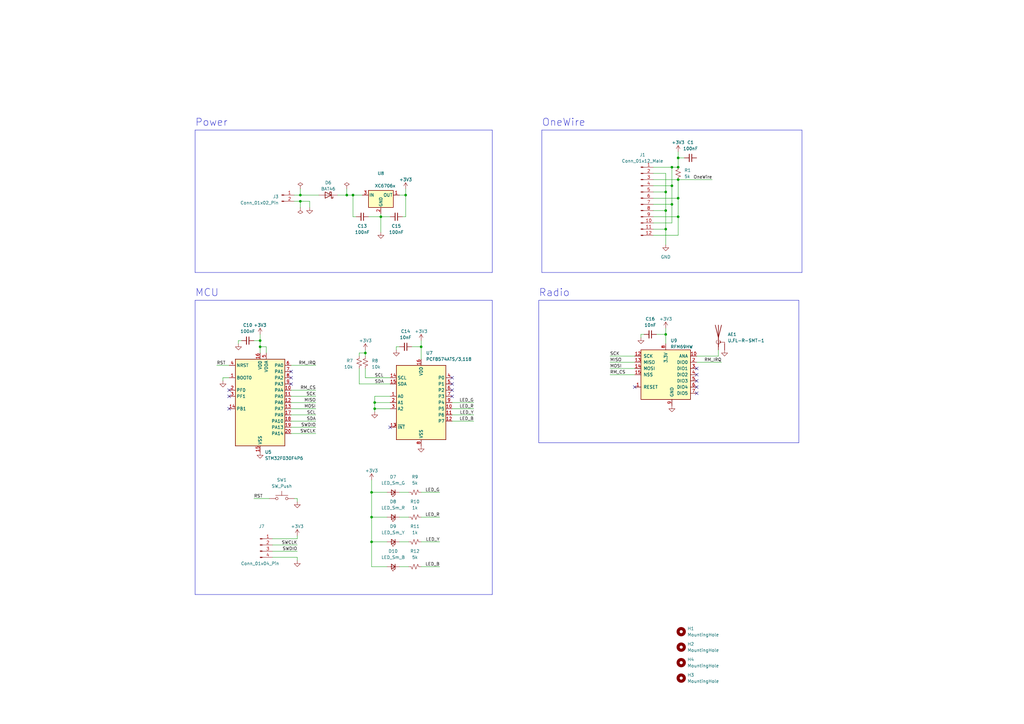
<source format=kicad_sch>
(kicad_sch (version 20230121) (generator eeschema)
  (paper "A3")
  (title_block (title "Greenhouse Node (TS)") (date "2023-04-27") (rev "2") (company "Nick Bolton") (comment 1 "Uses 868MHz RF69 radio module") (comment 2 "Controls an H-bridge with STM32F0xx"))
  (lib_symbols
    (symbol "Connector:Conn_01x02_Pin" (pin_names (offset 1.016) hide)
      (property "Reference" "J" (at 0 2.54 0))
      (property "Value" "Conn_01x02_Pin" (at 0 -5.08 0))
      (symbol "Conn_01x02_Pin_1_1"
        (polyline (pts (xy 1.27 -2.54) (xy 0.8636 -2.54)) (stroke (width 0.1524)))
        (polyline (pts (xy 1.27 0) (xy 0.8636 0)) (stroke (width 0.1524)))
        (rectangle (start 0.8636 -2.413) (end 0 -2.667) (stroke (width 0.1524)) (fill (type outline)))
        (rectangle (start 0.8636 0.127) (end 0 -0.127) (stroke (width 0.1524)) (fill (type outline)))
        (pin passive line (at 5.08 0 180) (length 3.81) (name "Pin_1") (number "1"))
        (pin passive line (at 5.08 -2.54 180) (length 3.81) (name "Pin_2") (number "2"))
      )
    )
    (symbol "Connector:Conn_01x04_Pin" (pin_names (offset 1.016) hide)
      (property "Reference" "J" (at 0 5.08 0))
      (property "Value" "Conn_01x04_Pin" (at 0 -7.62 0))
      (symbol "Conn_01x04_Pin_1_1"
        (polyline (pts (xy 1.27 -5.08) (xy 0.8636 -5.08)) (stroke (width 0.1524)))
        (polyline (pts (xy 1.27 -2.54) (xy 0.8636 -2.54)) (stroke (width 0.1524)))
        (polyline (pts (xy 1.27 0) (xy 0.8636 0)) (stroke (width 0.1524)))
        (polyline (pts (xy 1.27 2.54) (xy 0.8636 2.54)) (stroke (width 0.1524)))
        (rectangle (start 0.8636 -4.953) (end 0 -5.207) (stroke (width 0.1524)) (fill (type outline)))
        (rectangle (start 0.8636 -2.413) (end 0 -2.667) (stroke (width 0.1524)) (fill (type outline)))
        (rectangle (start 0.8636 0.127) (end 0 -0.127) (stroke (width 0.1524)) (fill (type outline)))
        (rectangle (start 0.8636 2.667) (end 0 2.413) (stroke (width 0.1524)) (fill (type outline)))
        (pin passive line (at 5.08 2.54 180) (length 3.81) (name "Pin_1") (number "1"))
        (pin passive line (at 5.08 0 180) (length 3.81) (name "Pin_2") (number "2"))
        (pin passive line (at 5.08 -2.54 180) (length 3.81) (name "Pin_3") (number "3"))
        (pin passive line (at 5.08 -5.08 180) (length 3.81) (name "Pin_4") (number "4"))
      )
    )
    (symbol "Connector:Conn_01x12_Male" (pin_names (offset 1.016) hide)
      (property "Reference" "J" (at 0 15.24 0))
      (property "Value" "Conn_01x12_Male" (at 0 -17.78 0))
      (symbol "Conn_01x12_Male_1_1"
        (polyline (pts (xy 1.27 -15.24) (xy 0.8636 -15.24)) (stroke (width 0.1524)))
        (polyline (pts (xy 1.27 -12.7) (xy 0.8636 -12.7)) (stroke (width 0.1524)))
        (polyline (pts (xy 1.27 -10.16) (xy 0.8636 -10.16)) (stroke (width 0.1524)))
        (polyline (pts (xy 1.27 -7.62) (xy 0.8636 -7.62)) (stroke (width 0.1524)))
        (polyline (pts (xy 1.27 -5.08) (xy 0.8636 -5.08)) (stroke (width 0.1524)))
        (polyline (pts (xy 1.27 -2.54) (xy 0.8636 -2.54)) (stroke (width 0.1524)))
        (polyline (pts (xy 1.27 0) (xy 0.8636 0)) (stroke (width 0.1524)))
        (polyline (pts (xy 1.27 2.54) (xy 0.8636 2.54)) (stroke (width 0.1524)))
        (polyline (pts (xy 1.27 5.08) (xy 0.8636 5.08)) (stroke (width 0.1524)))
        (polyline (pts (xy 1.27 7.62) (xy 0.8636 7.62)) (stroke (width 0.1524)))
        (polyline (pts (xy 1.27 10.16) (xy 0.8636 10.16)) (stroke (width 0.1524)))
        (polyline (pts (xy 1.27 12.7) (xy 0.8636 12.7)) (stroke (width 0.1524)))
        (rectangle (start 0.8636 -15.113) (end 0 -15.367) (stroke (width 0.1524)) (fill (type outline)))
        (rectangle (start 0.8636 -12.573) (end 0 -12.827) (stroke (width 0.1524)) (fill (type outline)))
        (rectangle (start 0.8636 -10.033) (end 0 -10.287) (stroke (width 0.1524)) (fill (type outline)))
        (rectangle (start 0.8636 -7.493) (end 0 -7.747) (stroke (width 0.1524)) (fill (type outline)))
        (rectangle (start 0.8636 -4.953) (end 0 -5.207) (stroke (width 0.1524)) (fill (type outline)))
        (rectangle (start 0.8636 -2.413) (end 0 -2.667) (stroke (width 0.1524)) (fill (type outline)))
        (rectangle (start 0.8636 0.127) (end 0 -0.127) (stroke (width 0.1524)) (fill (type outline)))
        (rectangle (start 0.8636 2.667) (end 0 2.413) (stroke (width 0.1524)) (fill (type outline)))
        (rectangle (start 0.8636 5.207) (end 0 4.953) (stroke (width 0.1524)) (fill (type outline)))
        (rectangle (start 0.8636 7.747) (end 0 7.493) (stroke (width 0.1524)) (fill (type outline)))
        (rectangle (start 0.8636 10.287) (end 0 10.033) (stroke (width 0.1524)) (fill (type outline)))
        (rectangle (start 0.8636 12.827) (end 0 12.573) (stroke (width 0.1524)) (fill (type outline)))
        (pin passive line (at 5.08 12.7 180) (length 3.81) (name "Pin_1") (number "1"))
        (pin passive line (at 5.08 -10.16 180) (length 3.81) (name "Pin_10") (number "10"))
        (pin passive line (at 5.08 -12.7 180) (length 3.81) (name "Pin_11") (number "11"))
        (pin passive line (at 5.08 -15.24 180) (length 3.81) (name "Pin_12") (number "12"))
        (pin passive line (at 5.08 10.16 180) (length 3.81) (name "Pin_2") (number "2"))
        (pin passive line (at 5.08 7.62 180) (length 3.81) (name "Pin_3") (number "3"))
        (pin passive line (at 5.08 5.08 180) (length 3.81) (name "Pin_4") (number "4"))
        (pin passive line (at 5.08 2.54 180) (length 3.81) (name "Pin_5") (number "5"))
        (pin passive line (at 5.08 0 180) (length 3.81) (name "Pin_6") (number "6"))
        (pin passive line (at 5.08 -2.54 180) (length 3.81) (name "Pin_7") (number "7"))
        (pin passive line (at 5.08 -5.08 180) (length 3.81) (name "Pin_8") (number "8"))
        (pin passive line (at 5.08 -7.62 180) (length 3.81) (name "Pin_9") (number "9"))
      )
    )
    (symbol "Device:Antenna_Shield" (pin_numbers hide) (pin_names (offset 1.016) hide)
      (property "Reference" "AE" (at -1.905 4.445 0))
      (property "Value" "Antenna_Shield" (at -1.905 2.54 0))
      (symbol "Antenna_Shield_0_1"
        (arc (start -0.508 -1.143) (mid -0.8429 -2.1194) (end 0 -2.667))
        (arc (start 0 -2.667) (mid 0.7989 -2.1052) (end 0.508 -1.143))
        (polyline (pts (xy 0 -2.54) (xy 0 0)))
        (polyline (pts (xy 0 5.08) (xy 0 -3.81)) (stroke (width 0.254)))
        (polyline (pts (xy 0.762 -1.905) (xy 2.54 -1.905)))
        (polyline (pts (xy 2.54 -2.54) (xy 2.54 -1.905)))
        (polyline (pts (xy 1.27 5.08) (xy 0 0) (xy -1.27 5.08)) (stroke (width 0.254)))
        (circle (center 0.762 -1.905) (radius 0.1778) (fill (type outline)))
      )
      (symbol "Antenna_Shield_1_1"
        (pin input line (at 0 -5.08 90) (length 2.54) (name "A") (number "1"))
        (pin input line (at 2.54 -5.08 90) (length 2.54) (name "Shield") (number "2"))
      )
    )
    (symbol "Device:C_Small" (pin_numbers hide) (pin_names (offset 0.254) hide)
      (property "Reference" "C" (at 0.254 1.778 0))
      (property "Value" "C_Small" (at 0.254 -2.032 0))
      (symbol "C_Small_0_1"
        (polyline (pts (xy -1.524 -0.508) (xy 1.524 -0.508)) (stroke (width 0.3302)))
        (polyline (pts (xy -1.524 0.508) (xy 1.524 0.508)) (stroke (width 0.3048)))
      )
      (symbol "C_Small_1_1"
        (pin passive line (at 0 2.54 270) (length 2.032) (name "~") (number "1"))
        (pin passive line (at 0 -2.54 90) (length 2.032) (name "~") (number "2"))
      )
    )
    (symbol "Device:LED_Small" (pin_numbers hide) (pin_names (offset 0.254) hide)
      (property "Reference" "D" (at -1.27 3.175 0))
      (property "Value" "LED_Small" (at -4.445 -2.54 0))
      (symbol "LED_Small_0_1"
        (polyline (pts (xy -0.762 -1.016) (xy -0.762 1.016)) (stroke (width 0.254)))
        (polyline (pts (xy 1.016 0) (xy -0.762 0)))
        (polyline (pts (xy 0.762 -1.016) (xy -0.762 0) (xy 0.762 1.016) (xy 0.762 -1.016)) (stroke (width 0.254)))
        (polyline (pts (xy 0 0.762) (xy -0.508 1.27) (xy -0.254 1.27) (xy -0.508 1.27) (xy -0.508 1.016)))
        (polyline (pts (xy 0.508 1.27) (xy 0 1.778) (xy 0.254 1.778) (xy 0 1.778) (xy 0 1.524)))
      )
      (symbol "LED_Small_1_1"
        (pin passive line (at -2.54 0 0) (length 1.778) (name "K") (number "1"))
        (pin passive line (at 2.54 0 180) (length 1.778) (name "A") (number "2"))
      )
    )
    (symbol "Device:R_Small_US" (pin_numbers hide) (pin_names (offset 0.254) hide)
      (property "Reference" "R" (at 0.762 0.508 0))
      (property "Value" "R_Small_US" (at 0.762 -1.016 0))
      (symbol "R_Small_US_1_1"
        (polyline (pts (xy 0 0) (xy 1.016 -0.381) (xy 0 -0.762) (xy -1.016 -1.143) (xy 0 -1.524)))
        (polyline (pts (xy 0 1.524) (xy 1.016 1.143) (xy 0 0.762) (xy -1.016 0.381) (xy 0 0)))
        (pin passive line (at 0 2.54 270) (length 1.016) (name "~") (number "1"))
        (pin passive line (at 0 -2.54 90) (length 1.016) (name "~") (number "2"))
      )
    )
    (symbol "Diode:BAT46" (pin_numbers hide) (pin_names (offset 1.016) hide)
      (property "Reference" "D" (at 0 2.54 0))
      (property "Value" "BAT46" (at 0 -2.54 0))
      (symbol "BAT46_0_1"
        (polyline (pts (xy 1.27 0) (xy -1.27 0)))
        (polyline (pts (xy 1.27 1.27) (xy 1.27 -1.27) (xy -1.27 0) (xy 1.27 1.27)) (stroke (width 0.254)))
        (polyline (pts (xy -1.905 0.635) (xy -1.905 1.27) (xy -1.27 1.27) (xy -1.27 -1.27) (xy -0.635 -1.27) (xy -0.635 -0.635)) (stroke (width 0.254)))
      )
      (symbol "BAT46_1_1"
        (pin passive line (at -3.81 0 0) (length 2.54) (name "K") (number "1"))
        (pin passive line (at 3.81 0 180) (length 2.54) (name "A") (number "2"))
      )
    )
    (symbol "Interface_Expansion:PCF8574"
      (property "Reference" "U" (at -8.89 16.51 0))
      (property "Value" "PCF8574" (at 2.54 16.51 0))
      (symbol "PCF8574_0_1"
        (rectangle (start -10.16 15.24) (end 10.16 -15.24) (stroke (width 0.254)) (fill (type background)))
      )
      (symbol "PCF8574_1_1"
        (pin input line (at -12.7 2.54 0) (length 2.54) (name "A0") (number "1"))
        (pin bidirectional line (at 12.7 -2.54 180) (length 2.54) (name "P5") (number "10"))
        (pin bidirectional line (at 12.7 -5.08 180) (length 2.54) (name "P6") (number "11"))
        (pin bidirectional line (at 12.7 -7.62 180) (length 2.54) (name "P7") (number "12"))
        (pin open_collector output_low (at -12.7 -10.16 0) (length 2.54) (name "~{INT}") (number "13"))
        (pin input line (at -12.7 10.16 0) (length 2.54) (name "SCL") (number "14"))
        (pin bidirectional line (at -12.7 7.62 0) (length 2.54) (name "SDA") (number "15"))
        (pin power_in line (at 0 17.78 270) (length 2.54) (name "VDD") (number "16"))
        (pin input line (at -12.7 0 0) (length 2.54) (name "A1") (number "2"))
        (pin input line (at -12.7 -2.54 0) (length 2.54) (name "A2") (number "3"))
        (pin bidirectional line (at 12.7 10.16 180) (length 2.54) (name "P0") (number "4"))
        (pin bidirectional line (at 12.7 7.62 180) (length 2.54) (name "P1") (number "5"))
        (pin bidirectional line (at 12.7 5.08 180) (length 2.54) (name "P2") (number "6"))
        (pin bidirectional line (at 12.7 2.54 180) (length 2.54) (name "P3") (number "7"))
        (pin power_in line (at 0 -17.78 90) (length 2.54) (name "VSS") (number "8"))
        (pin bidirectional line (at 12.7 0 180) (length 2.54) (name "P4") (number "9"))
      )
    )
    (symbol "MCU_ST_STM32F0:STM32F030F4Px"
      (property "Reference" "U" (at -10.16 19.05 0))
      (property "Value" "STM32F030F4Px" (at 5.08 19.05 0))
      (symbol "STM32F030F4Px_0_1"
        (rectangle (start -10.16 -17.78) (end 10.16 17.78) (stroke (width 0.254)) (fill (type background)))
      )
      (symbol "STM32F030F4Px_1_1"
        (pin input line (at -12.7 10.16 0) (length 2.54) (name "BOOT0") (number "1"))
        (pin bidirectional line (at 12.7 5.08 180) (length 2.54) (name "PA4") (number "10"))
        (pin bidirectional line (at 12.7 2.54 180) (length 2.54) (name "PA5") (number "11"))
        (pin bidirectional line (at 12.7 0 180) (length 2.54) (name "PA6") (number "12"))
        (pin bidirectional line (at 12.7 -2.54 180) (length 2.54) (name "PA7") (number "13"))
        (pin bidirectional line (at -12.7 -2.54 0) (length 2.54) (name "PB1") (number "14"))
        (pin power_in line (at 0 -20.32 90) (length 2.54) (name "VSS") (number "15"))
        (pin power_in line (at 0 20.32 270) (length 2.54) (name "VDD") (number "16"))
        (pin bidirectional line (at 12.7 -5.08 180) (length 2.54) (name "PA9") (number "17"))
        (pin bidirectional line (at 12.7 -7.62 180) (length 2.54) (name "PA10") (number "18"))
        (pin bidirectional line (at 12.7 -10.16 180) (length 2.54) (name "PA13") (number "19"))
        (pin bidirectional line (at -12.7 5.08 0) (length 2.54) (name "PF0") (number "2"))
        (pin bidirectional line (at 12.7 -12.7 180) (length 2.54) (name "PA14") (number "20"))
        (pin bidirectional line (at -12.7 2.54 0) (length 2.54) (name "PF1") (number "3"))
        (pin input line (at -12.7 15.24 0) (length 2.54) (name "NRST") (number "4"))
        (pin power_in line (at 2.54 20.32 270) (length 2.54) (name "VDDA") (number "5"))
        (pin bidirectional line (at 12.7 15.24 180) (length 2.54) (name "PA0") (number "6"))
        (pin bidirectional line (at 12.7 12.7 180) (length 2.54) (name "PA1") (number "7"))
        (pin bidirectional line (at 12.7 10.16 180) (length 2.54) (name "PA2") (number "8"))
        (pin bidirectional line (at 12.7 7.62 180) (length 2.54) (name "PA3") (number "9"))
      )
    )
    (symbol "Mechanical:MountingHole" (pin_names (offset 1.016))
      (property "Reference" "H" (at 0 5.08 0))
      (property "Value" "MountingHole" (at 0 3.175 0))
      (symbol "MountingHole_0_1"
        (circle (center 0 0) (radius 1.27) (stroke (width 1.27)))
      )
    )
    (symbol "Nick:GND" (power) (pin_names (offset 0))
      (symbol "GND_0_1"
        (polyline (pts (xy 0 0) (xy 0 -1.27) (xy 1.27 -1.27) (xy 0 -2.54) (xy -1.27 -1.27) (xy 0 -1.27)))
      )
      (symbol "GND_1_1"
        (pin power_in line (at 0 0 270) (length 0) hide (name "GND") (number "1"))
      )
    )
    (symbol "Nick:PWR_FLAG" (power) (pin_numbers hide) (pin_names (offset 0) hide)
      (symbol "PWR_FLAG_0_0"
        (pin power_out line (at 0 0 90) (length 0) (name "pwr") (number "1"))
      )
      (symbol "PWR_FLAG_0_1"
        (polyline (pts (xy 0 0) (xy 0 1.27) (xy -1.016 1.905) (xy 0 2.54) (xy 1.016 1.905) (xy 0 1.27)))
      )
    )
    (symbol "Nick:XC6706x" (pin_names (offset 0.254))
      (property "Reference" "U" (at -5.08 3.81 0))
      (property "Value" "XC6706x" (at -2.54 3.81 0))
      (symbol "XC6706x_0_1"
        (rectangle (start -5.08 1.905) (end 5.08 -5.08) (stroke (width 0.254)) (fill (type background)))
      )
      (symbol "XC6706x_1_1"
        (pin power_out line (at 7.62 0 180) (length 2.54) (name "OUT") (number "1"))
        (pin power_in line (at 0 -7.62 90) (length 2.54) (name "GND") (number "2"))
        (pin power_in line (at -7.62 0 0) (length 2.54) (name "IN") (number "3"))
      )
    )
    (symbol "RF_Module:RFM69HW" (pin_names (offset 1.016))
      (property "Reference" "U" (at -3.81 11.43 0))
      (property "Value" "RFM69HW" (at -7.62 13.97 0))
      (symbol "RFM69HW_0_1"
        (rectangle (start -10.16 10.16) (end 10.16 -10.16) (stroke (width 0.254)) (fill (type background)))
      )
      (symbol "RFM69HW_1_1"
        (pin input line (at -12.7 -5.08 0) (length 2.54) (name "RESET") (number "1"))
        (pin output line (at 12.7 7.62 180) (length 2.54) (name "ANA") (number "10"))
        (pin passive line (at 2.54 -12.7 90) (length 2.54) hide (name "GND") (number "11"))
        (pin input line (at -12.7 7.62 0) (length 2.54) (name "SCK") (number "12"))
        (pin output line (at -12.7 5.08 0) (length 2.54) (name "MISO") (number "13"))
        (pin input line (at -12.7 2.54 0) (length 2.54) (name "MOSI") (number "14"))
        (pin input line (at -12.7 0 0) (length 2.54) (name "NSS") (number "15"))
        (pin no_connect line (at -2.54 -10.16 90) (length 2.54) hide (name "NC") (number "16"))
        (pin bidirectional line (at 12.7 5.08 180) (length 2.54) (name "DIO0") (number "2"))
        (pin bidirectional line (at 12.7 2.54 180) (length 2.54) (name "DIO1") (number "3"))
        (pin bidirectional line (at 12.7 0 180) (length 2.54) (name "DIO2") (number "4"))
        (pin bidirectional line (at 12.7 -2.54 180) (length 2.54) (name "DIO3") (number "5"))
        (pin bidirectional line (at 12.7 -5.08 180) (length 2.54) (name "DIO4") (number "6"))
        (pin bidirectional line (at 12.7 -7.62 180) (length 2.54) (name "DIO5") (number "7"))
        (pin power_in line (at 0 12.7 270) (length 2.54) (name "3.3V") (number "8"))
        (pin power_in line (at 2.54 -12.7 90) (length 2.54) (name "GND") (number "9"))
      )
    )
    (symbol "Switch:SW_Push" (pin_numbers hide) (pin_names (offset 1.016) hide)
      (property "Reference" "SW" (at 1.27 2.54 0))
      (property "Value" "SW_Push" (at 0 -1.524 0))
      (symbol "SW_Push_0_1"
        (circle (center -2.032 0) (radius 0.508))
        (polyline (pts (xy 0 1.27) (xy 0 3.048)))
        (polyline (pts (xy 2.54 1.27) (xy -2.54 1.27)))
        (circle (center 2.032 0) (radius 0.508))
        (pin passive line (at -5.08 0 0) (length 2.54) (name "1") (number "1"))
        (pin passive line (at 5.08 0 180) (length 2.54) (name "2") (number "2"))
      )
    )
    (symbol "power:+3V3" (power) (pin_names (offset 0))
      (property "Value" "+3V3" (at 0 3.556 0))
      (symbol "+3V3_0_1"
        (polyline (pts (xy -0.762 1.27) (xy 0 2.54)))
        (polyline (pts (xy 0 0) (xy 0 2.54)))
        (polyline (pts (xy 0 2.54) (xy 0.762 1.27)))
      )
      (symbol "+3V3_1_1"
        (pin power_in line (at 0 0 90) (length 0) hide (name "+3V3") (number "1"))
      )
    )
    (symbol "power:GND" (power) (pin_names (offset 0))
      (property "Value" "GND" (at 0 -3.81 0))
      (symbol "GND_0_1"
        (polyline (pts (xy 0 0) (xy 0 -1.27) (xy 1.27 -1.27) (xy 0 -2.54) (xy -1.27 -1.27) (xy 0 -1.27)))
      )
      (symbol "GND_1_1"
        (pin power_in line (at 0 0 270) (length 0) hide (name "GND") (number "1"))
      )
    )
  )
  (junction (at 156.21 88.9))
  (junction (at 273.05 93.98))
  (junction (at 106.68 139.7))
  (junction (at 172.72 142.24))
  (junction (at 153.67 165.1))
  (junction (at 149.86 144.78))
  (junction (at 152.4 212.09))
  (junction (at 153.67 167.64))
  (junction (at 273.05 86.36))
  (junction (at 152.4 201.93))
  (junction (at 278.13 81.28))
  (junction (at 123.19 82.55))
  (junction (at 275.59 68.58))
  (junction (at 273.05 137.16))
  (junction (at 278.13 68.58))
  (junction (at 123.19 80.01))
  (junction (at 166.37 80.01))
  (junction (at 106.68 142.24))
  (junction (at 275.59 76.2))
  (junction (at 278.13 73.66))
  (junction (at 278.13 64.77))
  (junction (at 144.78 80.01))
  (junction (at 142.24 80.01))
  (junction (at 152.4 222.25))
  (junction (at 275.59 83.82))
  (junction (at 273.05 78.74))
  (junction (at 278.13 88.9))
  (no_connect (at 185.42 160.02))
  (no_connect (at 285.75 161.29))
  (no_connect (at 93.98 167.64))
  (no_connect (at 185.42 162.56))
  (no_connect (at 285.75 158.75))
  (no_connect (at 285.75 153.67))
  (no_connect (at 185.42 154.94))
  (no_connect (at 285.75 156.21))
  (no_connect (at 160.02 175.26))
  (no_connect (at 119.38 157.48))
  (no_connect (at 285.75 151.13))
  (no_connect (at 185.42 157.48))
  (no_connect (at 93.98 160.02))
  (no_connect (at 260.35 158.75))
  (no_connect (at 119.38 154.94))
  (no_connect (at 93.98 162.56))
  (no_connect (at 119.38 152.4))
  (polyline (pts (xy 201.93 243.84) (xy 80.01 243.84)))
  (wire (pts (xy 172.72 201.93) (xy 180.34 201.93)))
  (wire (pts (xy 273.05 137.16) (xy 273.05 140.97)))
  (wire (pts (xy 275.59 76.2) (xy 275.59 83.82)))
  (wire (pts (xy 163.83 201.93) (xy 167.64 201.93)))
  (wire (pts (xy 273.05 78.74) (xy 267.97 78.74)))
  (wire (pts (xy 119.38 177.8) (xy 129.54 177.8)))
  (wire (pts (xy 106.68 142.24) (xy 106.68 144.78)))
  (wire (pts (xy 269.24 137.16) (xy 273.05 137.16)))
  (wire (pts (xy 144.78 88.9) (xy 144.78 80.01)))
  (wire (pts (xy 121.92 228.6) (xy 121.92 229.87)))
  (wire (pts (xy 162.56 143.51) (xy 162.56 142.24)))
  (wire (pts (xy 273.05 78.74) (xy 273.05 71.12)))
  (wire (pts (xy 267.97 96.52) (xy 278.13 96.52)))
  (wire (pts (xy 144.78 80.01) (xy 148.59 80.01)))
  (wire (pts (xy 152.4 201.93) (xy 152.4 212.09)))
  (wire (pts (xy 120.65 80.01) (xy 123.19 80.01)))
  (wire (pts (xy 165.1 88.9) (xy 166.37 88.9)))
  (polyline (pts (xy 327.66 123.19) (xy 220.98 123.19)))
  (wire (pts (xy 147.32 144.78) (xy 149.86 144.78)))
  (wire (pts (xy 260.35 151.13) (xy 250.19 151.13)))
  (wire (pts (xy 106.68 137.16) (xy 106.68 139.7)))
  (wire (pts (xy 273.05 93.98) (xy 267.97 93.98)))
  (wire (pts (xy 166.37 77.47) (xy 166.37 80.01)))
  (wire (pts (xy 138.43 80.01) (xy 142.24 80.01)))
  (wire (pts (xy 262.89 138.43) (xy 262.89 137.16)))
  (wire (pts (xy 119.38 160.02) (xy 129.54 160.02)))
  (wire (pts (xy 160.02 165.1) (xy 153.67 165.1)))
  (wire (pts (xy 262.89 137.16) (xy 264.16 137.16)))
  (wire (pts (xy 163.83 222.25) (xy 167.64 222.25)))
  (wire (pts (xy 149.86 151.13) (xy 149.86 154.94)))
  (wire (pts (xy 106.68 139.7) (xy 106.68 142.24)))
  (wire (pts (xy 160.02 154.94) (xy 149.86 154.94)))
  (polyline (pts (xy 220.98 123.19) (xy 220.98 181.61)))
  (wire (pts (xy 149.86 143.51) (xy 149.86 144.78)))
  (wire (pts (xy 121.92 204.47) (xy 121.92 205.74)))
  (wire (pts (xy 285.75 148.59) (xy 295.91 148.59)))
  (wire (pts (xy 110.49 204.47) (xy 104.14 204.47)))
  (wire (pts (xy 152.4 196.85) (xy 152.4 201.93)))
  (wire (pts (xy 111.76 226.06) (xy 121.92 226.06)))
  (wire (pts (xy 166.37 80.01) (xy 166.37 88.9)))
  (wire (pts (xy 111.76 228.6) (xy 121.92 228.6)))
  (wire (pts (xy 146.05 88.9) (xy 144.78 88.9)))
  (wire (pts (xy 185.42 172.72) (xy 194.31 172.72)))
  (wire (pts (xy 153.67 168.91) (xy 153.67 167.64)))
  (wire (pts (xy 119.38 172.72) (xy 129.54 172.72)))
  (wire (pts (xy 163.83 232.41) (xy 167.64 232.41)))
  (wire (pts (xy 294.64 143.51) (xy 294.64 146.05)))
  (wire (pts (xy 260.35 146.05) (xy 250.19 146.05)))
  (wire (pts (xy 91.44 154.94) (xy 93.98 154.94)))
  (wire (pts (xy 119.38 165.1) (xy 129.54 165.1)))
  (wire (pts (xy 147.32 151.13) (xy 147.32 157.48)))
  (wire (pts (xy 147.32 146.05) (xy 147.32 144.78)))
  (polyline (pts (xy 80.01 123.19) (xy 201.93 123.19)))
  (wire (pts (xy 97.79 139.7) (xy 99.06 139.7)))
  (wire (pts (xy 142.24 77.47) (xy 142.24 80.01)))
  (wire (pts (xy 260.35 153.67) (xy 250.19 153.67)))
  (polyline (pts (xy 80.01 53.34) (xy 80.01 111.76)))
  (wire (pts (xy 278.13 64.77) (xy 280.67 64.77)))
  (wire (pts (xy 160.02 162.56) (xy 153.67 162.56)))
  (wire (pts (xy 121.92 219.71) (xy 121.92 220.98)))
  (wire (pts (xy 152.4 232.41) (xy 158.75 232.41)))
  (polyline (pts (xy 201.93 53.34) (xy 80.01 53.34)))
  (wire (pts (xy 172.72 232.41) (xy 180.34 232.41)))
  (polyline (pts (xy 201.93 111.76) (xy 201.93 53.34)))
  (wire (pts (xy 275.59 83.82) (xy 275.59 91.44)))
  (wire (pts (xy 119.38 149.86) (xy 129.54 149.86)))
  (wire (pts (xy 123.19 85.09) (xy 123.19 82.55)))
  (wire (pts (xy 278.13 62.23) (xy 278.13 64.77)))
  (wire (pts (xy 185.42 170.18) (xy 194.31 170.18)))
  (wire (pts (xy 273.05 93.98) (xy 273.05 86.36)))
  (wire (pts (xy 185.42 165.1) (xy 194.31 165.1)))
  (wire (pts (xy 278.13 88.9) (xy 278.13 96.52)))
  (wire (pts (xy 119.38 170.18) (xy 129.54 170.18)))
  (wire (pts (xy 156.21 88.9) (xy 156.21 95.25)))
  (wire (pts (xy 151.13 88.9) (xy 156.21 88.9)))
  (wire (pts (xy 185.42 167.64) (xy 194.31 167.64)))
  (wire (pts (xy 278.13 81.28) (xy 278.13 88.9)))
  (wire (pts (xy 109.22 142.24) (xy 106.68 142.24)))
  (wire (pts (xy 152.4 222.25) (xy 158.75 222.25)))
  (wire (pts (xy 149.86 144.78) (xy 149.86 146.05)))
  (wire (pts (xy 123.19 77.47) (xy 123.19 80.01)))
  (wire (pts (xy 294.64 146.05) (xy 285.75 146.05)))
  (wire (pts (xy 158.75 201.93) (xy 152.4 201.93)))
  (wire (pts (xy 156.21 88.9) (xy 160.02 88.9)))
  (wire (pts (xy 152.4 212.09) (xy 158.75 212.09)))
  (wire (pts (xy 147.32 157.48) (xy 160.02 157.48)))
  (wire (pts (xy 123.19 82.55) (xy 120.65 82.55)))
  (wire (pts (xy 267.97 91.44) (xy 275.59 91.44)))
  (polyline (pts (xy 222.25 53.34) (xy 222.25 111.76)))
  (wire (pts (xy 152.4 212.09) (xy 152.4 222.25)))
  (wire (pts (xy 273.05 86.36) (xy 273.05 78.74)))
  (wire (pts (xy 153.67 165.1) (xy 153.67 167.64)))
  (wire (pts (xy 104.14 139.7) (xy 106.68 139.7)))
  (wire (pts (xy 111.76 220.98) (xy 121.92 220.98)))
  (wire (pts (xy 273.05 134.62) (xy 273.05 137.16)))
  (wire (pts (xy 168.91 142.24) (xy 172.72 142.24)))
  (wire (pts (xy 275.59 68.58) (xy 275.59 76.2)))
  (wire (pts (xy 127 82.55) (xy 123.19 82.55)))
  (polyline (pts (xy 201.93 123.19) (xy 201.93 243.84)))
  (wire (pts (xy 120.65 204.47) (xy 121.92 204.47)))
  (wire (pts (xy 267.97 88.9) (xy 278.13 88.9)))
  (wire (pts (xy 119.38 167.64) (xy 129.54 167.64)))
  (wire (pts (xy 91.44 156.21) (xy 91.44 154.94)))
  (wire (pts (xy 267.97 81.28) (xy 278.13 81.28)))
  (wire (pts (xy 273.05 86.36) (xy 267.97 86.36)))
  (wire (pts (xy 119.38 175.26) (xy 129.54 175.26)))
  (wire (pts (xy 152.4 222.25) (xy 152.4 232.41)))
  (polyline (pts (xy 80.01 111.76) (xy 201.93 111.76)))
  (wire (pts (xy 172.72 222.25) (xy 180.34 222.25)))
  (polyline (pts (xy 222.25 111.76) (xy 328.93 111.76)))
  (wire (pts (xy 172.72 212.09) (xy 180.34 212.09)))
  (wire (pts (xy 153.67 167.64) (xy 160.02 167.64)))
  (polyline (pts (xy 328.93 53.34) (xy 222.25 53.34)))
  (wire (pts (xy 278.13 64.77) (xy 278.13 68.58)))
  (wire (pts (xy 275.59 83.82) (xy 267.97 83.82)))
  (wire (pts (xy 172.72 142.24) (xy 172.72 147.32)))
  (wire (pts (xy 127 85.09) (xy 127 82.55)))
  (wire (pts (xy 156.21 87.63) (xy 156.21 88.9)))
  (wire (pts (xy 123.19 80.01) (xy 130.81 80.01)))
  (wire (pts (xy 162.56 142.24) (xy 163.83 142.24)))
  (polyline (pts (xy 327.66 181.61) (xy 327.66 123.19)))
  (wire (pts (xy 153.67 162.56) (xy 153.67 165.1)))
  (polyline (pts (xy 80.01 123.19) (xy 80.01 243.84)))
  (wire (pts (xy 278.13 73.66) (xy 292.1 73.66)))
  (wire (pts (xy 111.76 223.52) (xy 121.92 223.52)))
  (wire (pts (xy 275.59 68.58) (xy 267.97 68.58)))
  (wire (pts (xy 278.13 68.58) (xy 275.59 68.58)))
  (wire (pts (xy 163.83 80.01) (xy 166.37 80.01)))
  (wire (pts (xy 273.05 71.12) (xy 267.97 71.12)))
  (wire (pts (xy 119.38 162.56) (xy 129.54 162.56)))
  (wire (pts (xy 275.59 76.2) (xy 267.97 76.2)))
  (wire (pts (xy 97.79 139.7) (xy 97.79 140.97)))
  (wire (pts (xy 163.83 212.09) (xy 167.64 212.09)))
  (wire (pts (xy 278.13 81.28) (xy 278.13 73.66)))
  (wire (pts (xy 267.97 73.66) (xy 278.13 73.66)))
  (wire (pts (xy 260.35 148.59) (xy 250.19 148.59)))
  (wire (pts (xy 109.22 144.78) (xy 109.22 142.24)))
  (wire (pts (xy 88.9 149.86) (xy 93.98 149.86)))
  (wire (pts (xy 273.05 100.33) (xy 273.05 93.98)))
  (polyline (pts (xy 220.98 181.61) (xy 327.66 181.61)))
  (wire (pts (xy 172.72 139.7) (xy 172.72 142.24)))
  (wire (pts (xy 142.24 80.01) (xy 144.78 80.01)))
  (polyline (pts (xy 328.93 111.76) (xy 328.93 53.34)))
  (text "Power" (at 80.01 52.07 0) (effects (font (size 3 3)) (justify left bottom)))
  (text "MCU" (at 80.01 121.92 0) (effects (font (size 3 3)) (justify left bottom)))
  (text "OneWire" (at 222.25 52.07 0) (effects (font (size 3 3)) (justify left bottom)))
  (text "Radio" (at 220.98 121.92 0) (effects (font (size 3 3)) (justify left bottom)))
  (label "LED_G" (at 194.31 165.1 180))
  (label "MOSI" (at 250.19 151.13 0))
  (label "OneWire" (at 292.1 73.66 180))
  (label "SCL" (at 129.54 170.18 180))
  (label "LED_Y" (at 180.34 222.25 180))
  (label "LED_R" (at 180.34 212.09 180))
  (label "SCL" (at 153.67 154.94 0))
  (label "RM_CS" (at 250.19 153.67 0))
  (label "LED_B" (at 180.34 232.41 180))
  (label "MISO" (at 250.19 148.59 0))
  (label "RM_CS" (at 129.54 160.02 180))
  (label "LED_B" (at 194.31 172.72 180))
  (label "SDA" (at 153.67 157.48 0))
  (label "RM_IRQ" (at 295.91 148.59 180))
  (label "RM_IRQ" (at 129.54 149.86 180))
  (label "LED_Y" (at 194.31 170.18 180))
  (label "RST" (at 88.9 149.86 0))
  (label "LED_G" (at 180.34 201.93 180))
  (label "LED_R" (at 194.31 167.64 180))
  (label "SWCLK" (at 129.54 177.8 180))
  (label "RST" (at 104.14 204.47 0))
  (label "SWCLK" (at 121.92 223.52 180))
  (label "SWDIO" (at 121.92 226.06 180))
  (label "MISO" (at 129.54 165.1 180))
  (label "SWDIO" (at 129.54 175.26 180))
  (label "SCK" (at 129.54 162.56 180))
  (label "MOSI" (at 129.54 167.64 180))
  (label "SDA" (at 129.54 172.72 180))
  (label "SCK" (at 250.19 146.05 0))
  (symbol (lib_id "Device:R_Small_US") (at 278.13 71.12 0) (mirror y) (unit 1)
    (property "Reference" "R1" (at 280.67 69.8499 0) (effects (justify right)))
    (property "Value" "5k" (at 280.67 72.3899 0) (effects (justify right)))
    (property "Footprint" "Resistor_THT:R_Axial_DIN0207_L6.3mm_D2.5mm_P7.62mm_Horizontal" (effects hide))
  )
  (symbol (lib_id "Mechanical:MountingHole") (at 279.4 278.13 0) (unit 1)
    (property "Reference" "H3" (at 281.94 276.8599 0) (effects (justify left)))
    (property "Value" "MountingHole" (at 281.94 279.3999 0) (effects (justify left)))
    (property "Footprint" "MountingHole:MountingHole_3.2mm_M3" (effects hide))
  )
  (symbol (lib_id "Nick:PWR_FLAG") (at 123.19 77.47 0) (unit 1)
    (property "Reference" "#FLG01" (effects hide))
    (property "Value" "PWR_FLAG" (effects hide))
  )
  (symbol (lib_id "power:+3V3") (at 121.92 219.71 0) (unit 1)
    (property "Reference" "#PWR022" (effects hide))
    (property "Value" "+3V3" (at 121.92 215.9 0))
  )
  (symbol (lib_id "power:GND") (at 273.05 100.33 0) (unit 1)
    (property "Reference" "#PWR01" (effects hide))
    (property "Value" "GND" (at 273.05 105.41 0))
  )
  (symbol (lib_id "Device:LED_Small") (at 161.29 232.41 180) (unit 1)
    (property "Reference" "D10" (at 161.2265 226.06 0))
    (property "Value" "LED_Sm_B" (at 161.2265 228.6 0))
    (property "Footprint" "LED_THT:LED_D3.0mm" (effects hide))
  )
  (symbol (lib_id "Device:C_Small") (at 166.37 142.24 270) (unit 1)
    (property "Reference" "C14" (at 166.3636 135.89 90))
    (property "Value" "10nF" (at 166.3636 138.43 90))
    (property "Footprint" "Capacitor_THT:C_Disc_D4.7mm_W2.5mm_P5.00mm" (effects hide))
  )
  (symbol (lib_id "Device:R_Small_US") (at 149.86 148.59 0) (mirror y) (unit 1)
    (property "Reference" "R8" (at 152.4 147.955 0) (effects (justify right)))
    (property "Value" "10k" (at 152.4 150.495 0) (effects (justify right)))
    (property "Footprint" "Resistor_THT:R_Axial_DIN0207_L6.3mm_D2.5mm_P7.62mm_Horizontal" (effects hide))
  )
  (symbol (lib_id "Nick:GND") (at 153.67 168.91 0) (unit 1)
    (property "Reference" "#PWR028" (effects hide))
    (property "Value" "GND" (effects hide))
  )
  (symbol (lib_id "Device:Antenna_Shield") (at 294.64 138.43 0) (unit 1)
    (property "Reference" "AE1" (at 298.45 137.16 0) (effects (justify left)))
    (property "Value" "U.FL-R-SMT-1" (at 298.45 139.7 0) (effects (justify left)))
    (property "Footprint" "Connector_Coaxial:U.FL_Hirose_U.FL-R-SMT-1_Vertical" (effects hide))
  )
  (symbol (lib_id "Device:C_Small") (at 162.56 88.9 270) (unit 1)
    (property "Reference" "C15" (at 162.5536 92.71 90))
    (property "Value" "100nF" (at 162.5536 95.25 90))
    (property "Footprint" "Capacitor_THT:C_Disc_D4.7mm_W2.5mm_P5.00mm" (effects hide))
  )
  (symbol (lib_id "Device:R_Small_US") (at 170.18 201.93 270) (mirror x) (unit 1)
    (property "Reference" "R9" (at 170.18 195.58 90))
    (property "Value" "5k" (at 170.18 198.12 90))
    (property "Footprint" "Resistor_THT:R_Axial_DIN0207_L6.3mm_D2.5mm_P7.62mm_Horizontal" (effects hide))
  )
  (symbol (lib_id "power:+3V3") (at 152.4 196.85 0) (unit 1)
    (property "Reference" "#PWR027" (effects hide))
    (property "Value" "+3V3" (at 152.4 193.04 0))
  )
  (symbol (lib_id "Connector:Conn_01x04_Pin") (at 106.68 223.52 0) (unit 1)
    (property "Reference" "J7" (at 107.315 215.9 0))
    (property "Value" "Conn_01x04_Pin" (at 106.68 231.14 0))
    (property "Footprint" "Connector_JST:JST_PH_B4B-PH-K_1x04_P2.00mm_Vertical" (effects hide))
  )
  (symbol (lib_id "Nick:PWR_FLAG") (at 142.24 77.47 0) (unit 1)
    (property "Reference" "#FLG03" (effects hide))
    (property "Value" "PWR_FLAG" (effects hide))
  )
  (symbol (lib_id "Nick:GND") (at 91.44 156.21 0) (unit 1)
    (property "Reference" "#PWR03" (effects hide))
    (property "Value" "GND" (effects hide))
  )
  (symbol (lib_id "Device:LED_Small") (at 161.29 212.09 180) (unit 1)
    (property "Reference" "D8" (at 161.2265 205.74 0))
    (property "Value" "LED_Sm_R" (at 161.2265 208.28 0))
    (property "Footprint" "LED_THT:LED_D3.0mm" (effects hide))
  )
  (symbol (lib_id "Nick:GND") (at 97.79 140.97 0) (unit 1)
    (property "Reference" "#PWR04" (effects hide))
    (property "Value" "GND" (effects hide))
  )
  (symbol (lib_id "Switch:SW_Push") (at 115.57 204.47 0) (unit 1)
    (property "Reference" "SW1" (at 115.57 196.85 0))
    (property "Value" "SW_Push" (at 115.57 199.39 0))
    (property "Footprint" "Button_Switch_THT:SW_PUSH_6mm" (effects hide))
  )
  (symbol (lib_id "Nick:XC6706x") (at 156.21 80.01 0) (unit 1)
    (property "Reference" "U8" (at 156.21 71.12 0))
    (property "Value" "XC6706x" (at 153.67 76.2 0) (effects (justify left)))
    (property "Footprint" "Package_TO_SOT_SMD:SOT-89-3" (effects hide))
    (property "Datasheet" "https://www.farnell.com/datasheets/3902362.pdf" (effects hide))
  )
  (symbol (lib_id "power:+3V3") (at 278.13 62.23 0) (unit 1)
    (property "Reference" "#PWR02" (effects hide))
    (property "Value" "+3V3" (at 278.13 58.42 0))
  )
  (symbol (lib_id "Device:LED_Small") (at 161.29 222.25 180) (unit 1)
    (property "Reference" "D9" (at 161.2265 215.9 0))
    (property "Value" "LED_Sm_Y" (at 161.2265 218.44 0))
    (property "Footprint" "LED_THT:LED_D3.0mm" (effects hide))
  )
  (symbol (lib_id "Interface_Expansion:PCF8574") (at 172.72 165.1 0) (unit 1)
    (property "Reference" "U7" (at 174.7394 144.78 0) (effects (justify left)))
    (property "Value" "PCF8574ATS/3,118" (at 174.7394 147.32 0) (effects (justify left)))
    (property "Footprint" "Package_SO:SSOP-20_4.4x6.5mm_P0.65mm" (effects hide))
    (property "Datasheet" "http://www.nxp.com/documents/data_sheet/PCF8574_PCF8574A.pdf" (effects hide))
  )
  (symbol (lib_id "Mechanical:MountingHole") (at 279.4 271.78 0) (unit 1)
    (property "Reference" "H4" (at 281.94 270.5099 0) (effects (justify left)))
    (property "Value" "MountingHole" (at 281.94 273.0499 0) (effects (justify left)))
    (property "Footprint" "MountingHole:MountingHole_3.2mm_M3" (effects hide))
  )
  (symbol (lib_id "Nick:GND") (at 172.72 182.88 0) (unit 1)
    (property "Reference" "#PWR031" (effects hide))
    (property "Value" "GND" (effects hide))
  )
  (symbol (lib_id "MCU_ST_STM32F0:STM32F030F4Px") (at 106.68 165.1 0) (unit 1)
    (property "Reference" "U5" (at 108.6359 185.42 0) (effects (justify left)))
    (property "Value" "STM32F030F4P6" (at 108.6359 187.96 0) (effects (justify left)))
    (property "Footprint" "Package_SO:TSSOP-20_4.4x6.5mm_P0.65mm" (effects hide))
    (property "Datasheet" "https://www.st.com/resource/en/datasheet/stm32f030f4.pdf" (effects hide))
  )
  (symbol (lib_id "power:+3V3") (at 172.72 139.7 0) (unit 1)
    (property "Reference" "#PWR030" (effects hide))
    (property "Value" "+3V3" (at 172.72 135.89 0))
  )
  (symbol (lib_id "power:+3V3") (at 149.86 143.51 0) (unit 1)
    (property "Reference" "#PWR026" (effects hide))
    (property "Value" "+3V3" (at 149.86 139.7 0))
  )
  (symbol (lib_id "Nick:GND") (at 262.89 138.43 0) (unit 1)
    (property "Reference" "#PWR034" (effects hide))
    (property "Value" "GND" (effects hide))
  )
  (symbol (lib_id "Mechanical:MountingHole") (at 279.4 265.43 0) (unit 1)
    (property "Reference" "H2" (at 281.94 264.1599 0) (effects (justify left)))
    (property "Value" "MountingHole" (at 281.94 266.6999 0) (effects (justify left)))
    (property "Footprint" "MountingHole:MountingHole_3.2mm_M3" (effects hide))
  )
  (symbol (lib_id "Nick:GND") (at 156.21 95.25 0) (unit 1)
    (property "Reference" "#PWR032" (effects hide))
    (property "Value" "GND" (effects hide))
  )
  (symbol (lib_id "Nick:GND") (at 162.56 143.51 0) (unit 1)
    (property "Reference" "#PWR029" (effects hide))
    (property "Value" "GND" (effects hide))
  )
  (symbol (lib_id "Device:C_Small") (at 101.6 139.7 270) (unit 1)
    (property "Reference" "C10" (at 101.5936 133.35 90))
    (property "Value" "100nF" (at 101.5936 135.89 90))
    (property "Footprint" "Capacitor_THT:C_Disc_D4.7mm_W2.5mm_P5.00mm" (effects hide))
  )
  (symbol (lib_id "Device:LED_Small") (at 161.29 201.93 180) (unit 1)
    (property "Reference" "D7" (at 161.2265 195.58 0))
    (property "Value" "LED_Sm_G" (at 161.2265 198.12 0))
    (property "Footprint" "LED_THT:LED_D3.0mm" (effects hide))
  )
  (symbol (lib_id "power:GND") (at 297.18 143.51 0) (unit 1)
    (property "Reference" "#PWR037" (effects hide))
    (property "Value" "GND" (effects hide))
  )
  (symbol (lib_id "Nick:GND") (at 106.68 185.42 0) (unit 1)
    (property "Reference" "#PWR07" (effects hide))
    (property "Value" "GND" (effects hide))
  )
  (symbol (lib_id "Nick:GND") (at 127 85.09 0) (unit 1)
    (property "Reference" "#PWR020" (effects hide))
    (property "Value" "GND" (effects hide))
  )
  (symbol (lib_id "Device:R_Small_US") (at 170.18 222.25 270) (mirror x) (unit 1)
    (property "Reference" "R11" (at 170.18 215.9 90))
    (property "Value" "1k" (at 170.18 218.44 90))
    (property "Footprint" "Resistor_THT:R_Axial_DIN0207_L6.3mm_D2.5mm_P7.62mm_Horizontal" (effects hide))
  )
  (symbol (lib_id "Device:R_Small_US") (at 170.18 212.09 270) (mirror x) (unit 1)
    (property "Reference" "R10" (at 170.18 205.74 90))
    (property "Value" "1k" (at 170.18 208.28 90))
    (property "Footprint" "Resistor_THT:R_Axial_DIN0207_L6.3mm_D2.5mm_P7.62mm_Horizontal" (effects hide))
  )
  (symbol (lib_id "Nick:GND") (at 275.59 166.37 0) (unit 1)
    (property "Reference" "#PWR036" (effects hide))
    (property "Value" "GND" (effects hide))
  )
  (symbol (lib_id "Nick:GND") (at 121.92 229.87 0) (unit 1)
    (property "Reference" "#PWR023" (effects hide))
    (property "Value" "GND" (effects hide))
  )
  (symbol (lib_id "Nick:GND") (at 121.92 205.74 0) (unit 1)
    (property "Reference" "#PWR021" (effects hide))
    (property "Value" "GND" (effects hide))
  )
  (symbol (lib_id "power:+3V3") (at 106.68 137.16 0) (unit 1)
    (property "Reference" "#PWR06" (effects hide))
    (property "Value" "+3V3" (at 106.68 133.35 0))
  )
  (symbol (lib_id "Device:C_Small") (at 283.21 64.77 270) (unit 1)
    (property "Reference" "C1" (at 283.2036 58.42 90))
    (property "Value" "100nF" (at 283.2036 60.96 90))
    (property "Footprint" "Capacitor_THT:C_Disc_D4.7mm_W2.5mm_P5.00mm" (effects hide))
  )
  (symbol (lib_id "power:+3V3") (at 166.37 77.47 0) (unit 1)
    (property "Reference" "#PWR033" (effects hide))
    (property "Value" "+3V3" (at 166.37 73.66 0))
  )
  (symbol (lib_id "RF_Module:RFM69HW") (at 273.05 153.67 0) (unit 1)
    (property "Reference" "U9" (at 275.0059 139.7 0) (effects (justify left)))
    (property "Value" "RFM69HW" (at 275.0059 142.24 0) (effects (justify left)))
    (property "Footprint" "Nick:HopeRF_RFM69HW" (effects hide))
    (property "Datasheet" "https://www.hoperf.com/data/upload/portal/20181127/5bfcbb56f1fd7.pdf" (effects hide))
  )
  (symbol (lib_id "Device:R_Small_US") (at 147.32 148.59 0) (mirror y) (unit 1)
    (property "Reference" "R7" (at 144.78 147.955 0) (effects (justify left)))
    (property "Value" "10k" (at 144.78 150.495 0) (effects (justify left)))
    (property "Footprint" "Resistor_THT:R_Axial_DIN0207_L6.3mm_D2.5mm_P7.62mm_Horizontal" (effects hide))
  )
  (symbol (lib_id "Diode:BAT46") (at 134.62 80.01 180) (unit 1)
    (property "Reference" "D6" (at 134.62 74.93 0))
    (property "Value" "BAT46" (at 134.62 77.47 0))
    (property "Footprint" "Diode_THT:D_DO-35_SOD27_P7.62mm_Horizontal" (effects hide))
    (property "Datasheet" "http://www.vishay.com/docs/85662/bat46.pdf" (effects hide))
    (property "Sim.Device" "D" (effects hide))
    (property "Sim.Pins" "1=K 2=A" (effects hide))
  )
  (symbol (lib_id "Connector:Conn_01x02_Pin") (at 115.57 80.01 0) (unit 1)
    (property "Reference" "J3" (at 114.3 80.645 0) (effects (justify right)))
    (property "Value" "Conn_01x02_Pin" (at 114.3 83.185 0) (effects (justify right)))
    (property "Footprint" "Connector_Molex:Molex_KK-254_AE-6410-02A_1x02_P2.54mm_Vertical" (effects hide))
  )
  (symbol (lib_id "Device:C_Small") (at 266.7 137.16 270) (unit 1)
    (property "Reference" "C16" (at 266.6936 130.81 90))
    (property "Value" "10nF" (at 266.6936 133.35 90))
    (property "Footprint" "Capacitor_THT:C_Disc_D4.7mm_W2.5mm_P5.00mm" (effects hide))
  )
  (symbol (lib_id "power:+3V3") (at 273.05 134.62 0) (unit 1)
    (property "Reference" "#PWR035" (effects hide))
    (property "Value" "+3V3" (at 273.05 130.81 0))
  )
  (symbol (lib_id "Nick:PWR_FLAG") (at 123.19 85.09 180) (unit 1)
    (property "Reference" "#FLG02" (effects hide))
    (property "Value" "PWR_FLAG" (effects hide))
  )
  (symbol (lib_id "Device:R_Small_US") (at 170.18 232.41 270) (mirror x) (unit 1)
    (property "Reference" "R12" (at 170.18 226.06 90))
    (property "Value" "5k" (at 170.18 228.6 90))
    (property "Footprint" "Resistor_THT:R_Axial_DIN0207_L6.3mm_D2.5mm_P7.62mm_Horizontal" (effects hide))
  )
  (symbol (lib_id "Connector:Conn_01x12_Male") (at 262.89 81.28 0) (unit 1)
    (property "Reference" "J1" (at 263.525 63.5 0))
    (property "Value" "Conn_01x12_Male" (at 263.525 66.04 0))
    (property "Footprint" "Connector_JST:JST_PH_B12B-PH-K_1x12_P2.00mm_Vertical" (effects hide))
  )
  (symbol (lib_id "Mechanical:MountingHole") (at 279.4 259.08 0) (unit 1)
    (property "Reference" "H1" (at 281.94 257.8099 0) (effects (justify left)))
    (property "Value" "MountingHole" (at 281.94 260.3499 0) (effects (justify left)))
    (property "Footprint" "MountingHole:MountingHole_3.2mm_M3" (effects hide))
  )
  (symbol (lib_id "Device:C_Small") (at 148.59 88.9 270) (unit 1)
    (property "Reference" "C13" (at 148.5836 92.71 90))
    (property "Value" "100nF" (at 148.5836 95.25 90))
    (property "Footprint" "Capacitor_THT:C_Disc_D4.7mm_W2.5mm_P5.00mm" (effects hide))
  )
)
</source>
